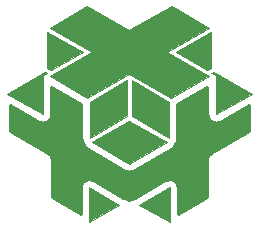
<source format=gbl>
G04 #@! TF.GenerationSoftware,KiCad,Pcbnew,(5.1.5)-3*
G04 #@! TF.CreationDate,2020-04-13T21:35:05+08:00*
G04 #@! TF.ProjectId,pcb,7063622e-6b69-4636-9164-5f7063625858,rev?*
G04 #@! TF.SameCoordinates,Original*
G04 #@! TF.FileFunction,Copper,L2,Bot*
G04 #@! TF.FilePolarity,Positive*
%FSLAX46Y46*%
G04 Gerber Fmt 4.6, Leading zero omitted, Abs format (unit mm)*
G04 Created by KiCad (PCBNEW (5.1.5)-3) date 2020-04-13 21:35:05*
%MOMM*%
%LPD*%
G04 APERTURE LIST*
%ADD10C,0.100000*%
%ADD11C,0.254000*%
G04 APERTURE END LIST*
D10*
G36*
X188110000Y-100320000D02*
G01*
X191290000Y-102170000D01*
X191290000Y-99120000D01*
X188110000Y-97270000D01*
X188110000Y-100320000D01*
G37*
X188110000Y-100320000D02*
X191290000Y-102170000D01*
X191290000Y-99120000D01*
X188110000Y-97270000D01*
X188110000Y-100320000D01*
G36*
X187730000Y-100320000D02*
G01*
X184550000Y-102170000D01*
X184550000Y-99120000D01*
X187730000Y-97270000D01*
X187730000Y-100320000D01*
G37*
X187730000Y-100320000D02*
X184550000Y-102170000D01*
X184550000Y-99120000D01*
X187730000Y-97270000D01*
X187730000Y-100320000D01*
G36*
X184740000Y-102510000D02*
G01*
X187920000Y-104310000D01*
X191100000Y-102510000D01*
X187920000Y-100700000D01*
X184740000Y-102510000D01*
G37*
X184740000Y-102510000D02*
X187920000Y-104310000D01*
X191100000Y-102510000D01*
X187920000Y-100700000D01*
X184740000Y-102510000D01*
G36*
X188770000Y-107790000D02*
G01*
X191320000Y-109260000D01*
X191320000Y-106320000D01*
X188770000Y-107790000D01*
G37*
X188770000Y-107790000D02*
X191320000Y-109260000D01*
X191320000Y-106320000D01*
X188770000Y-107790000D01*
G36*
X177540000Y-98390000D02*
G01*
X180610000Y-100160000D01*
X180610000Y-96830000D01*
X180960000Y-96630000D01*
X180770000Y-96530000D01*
X177540000Y-98390000D01*
G37*
X177540000Y-98390000D02*
X180610000Y-100160000D01*
X180610000Y-96830000D01*
X180960000Y-96630000D01*
X180770000Y-96530000D01*
X177540000Y-98390000D01*
G36*
X187060000Y-107790000D02*
G01*
X184510000Y-109260000D01*
X184510000Y-106320000D01*
X187060000Y-107790000D01*
G37*
X187060000Y-107790000D02*
X184510000Y-109260000D01*
X184510000Y-106320000D01*
X187060000Y-107790000D01*
G36*
X198290000Y-98390000D02*
G01*
X195220000Y-100160000D01*
X195220000Y-96830000D01*
X194870000Y-96630000D01*
X195060000Y-96530000D01*
X198290000Y-98390000D01*
G37*
X198290000Y-98390000D02*
X195220000Y-100160000D01*
X195220000Y-96830000D01*
X194870000Y-96630000D01*
X195060000Y-96530000D01*
X198290000Y-98390000D01*
G36*
X191860000Y-94870000D02*
G01*
X194520000Y-96400000D01*
X194870000Y-96220000D01*
X194870000Y-93140000D01*
X191860000Y-94870000D01*
G37*
X191860000Y-94870000D02*
X194520000Y-96400000D01*
X194870000Y-96220000D01*
X194870000Y-93140000D01*
X191860000Y-94870000D01*
G36*
X183980000Y-94870000D02*
G01*
X181320000Y-96400000D01*
X180970000Y-96220000D01*
X180970000Y-93140000D01*
X183980000Y-94870000D01*
G37*
X183980000Y-94870000D02*
X181320000Y-96400000D01*
X180970000Y-96220000D01*
X180970000Y-93140000D01*
X183980000Y-94870000D01*
G36*
X187920000Y-93040000D02*
G01*
X184350000Y-90970000D01*
X181170000Y-92810000D01*
X184750000Y-94870000D01*
X181170000Y-96930000D01*
X184350000Y-98760000D01*
X187920000Y-96690000D01*
X191480000Y-98760000D01*
X194670000Y-96930000D01*
X191110000Y-94870000D01*
X194680000Y-92810000D01*
X191490000Y-90970000D01*
X187920000Y-93040000D01*
G37*
X187920000Y-93040000D02*
X184350000Y-90970000D01*
X181170000Y-92810000D01*
X184750000Y-94870000D01*
X181170000Y-96930000D01*
X184350000Y-98760000D01*
X187920000Y-96690000D01*
X191480000Y-98760000D01*
X194670000Y-96930000D01*
X191110000Y-94870000D01*
X194680000Y-92810000D01*
X191490000Y-90970000D01*
X187920000Y-93040000D01*
D11*
G36*
X183865000Y-99271224D02*
G01*
X183865000Y-102170000D01*
X183869310Y-102213953D01*
X183870689Y-102258097D01*
X183875819Y-102280335D01*
X183878046Y-102303051D01*
X183890812Y-102345335D01*
X183900738Y-102388365D01*
X183910089Y-102409182D01*
X183916686Y-102431033D01*
X183937422Y-102470033D01*
X183955517Y-102510315D01*
X183968733Y-102528920D01*
X183979449Y-102549073D01*
X184007361Y-102583296D01*
X184032939Y-102619303D01*
X184049521Y-102634990D01*
X184063944Y-102652674D01*
X184073892Y-102660904D01*
X184077997Y-102686003D01*
X184084623Y-102703735D01*
X184088703Y-102722220D01*
X184107974Y-102766229D01*
X184124791Y-102811235D01*
X184134737Y-102827346D01*
X184142328Y-102844682D01*
X184169774Y-102884103D01*
X184195017Y-102924993D01*
X184207900Y-102938862D01*
X184218716Y-102954397D01*
X184253307Y-102987745D01*
X184286002Y-103022943D01*
X184301332Y-103034045D01*
X184314962Y-103047185D01*
X184355375Y-103073182D01*
X184394280Y-103101356D01*
X184402570Y-103106126D01*
X187582571Y-104906126D01*
X187594751Y-104911526D01*
X187605947Y-104918766D01*
X187655790Y-104938589D01*
X187704786Y-104960313D01*
X187717781Y-104963244D01*
X187730171Y-104968172D01*
X187782906Y-104977935D01*
X187835197Y-104989730D01*
X187848520Y-104990082D01*
X187861627Y-104992508D01*
X187915235Y-104991842D01*
X187968839Y-104993257D01*
X187981980Y-104991013D01*
X187995305Y-104990848D01*
X188047767Y-104979782D01*
X188100620Y-104970758D01*
X188113072Y-104966006D01*
X188126114Y-104963255D01*
X188175420Y-104942212D01*
X188225523Y-104923092D01*
X188236819Y-104916009D01*
X188249074Y-104910779D01*
X188257430Y-104906126D01*
X191437430Y-103106126D01*
X191476737Y-103078489D01*
X191517497Y-103053066D01*
X191531305Y-103040121D01*
X191546792Y-103029232D01*
X191579975Y-102994493D01*
X191615028Y-102961632D01*
X191626063Y-102946246D01*
X191639135Y-102932561D01*
X191664939Y-102892040D01*
X191692942Y-102852994D01*
X191700776Y-102835762D01*
X191710944Y-102819795D01*
X191728385Y-102775033D01*
X191748271Y-102731293D01*
X191752610Y-102712864D01*
X191759481Y-102695229D01*
X191765283Y-102662619D01*
X191769269Y-102659414D01*
X191783938Y-102641932D01*
X191800738Y-102626478D01*
X191826817Y-102590831D01*
X191855203Y-102557002D01*
X191866198Y-102537002D01*
X191879674Y-102518582D01*
X191898332Y-102478551D01*
X191919608Y-102439850D01*
X191926508Y-102418098D01*
X191936151Y-102397409D01*
X191946680Y-102354509D01*
X191960031Y-102312420D01*
X191962574Y-102289744D01*
X191968016Y-102267572D01*
X191970012Y-102223440D01*
X191974933Y-102179564D01*
X191975000Y-102170000D01*
X191975000Y-99265747D01*
X194535000Y-97797157D01*
X194535000Y-100160000D01*
X194539180Y-100202626D01*
X194540350Y-100245444D01*
X194545688Y-100269007D01*
X194548046Y-100293051D01*
X194560426Y-100334055D01*
X194569890Y-100375828D01*
X194579703Y-100397903D01*
X194586686Y-100421033D01*
X194606798Y-100458858D01*
X194624193Y-100497991D01*
X194638105Y-100517738D01*
X194649449Y-100539073D01*
X194676520Y-100572266D01*
X194701189Y-100607281D01*
X194718677Y-100623955D01*
X194733944Y-100642674D01*
X194766941Y-100669972D01*
X194797947Y-100699534D01*
X194818340Y-100712493D01*
X194836953Y-100727891D01*
X194874626Y-100748261D01*
X194910780Y-100771235D01*
X194933302Y-100779986D01*
X194954552Y-100791476D01*
X194995465Y-100804141D01*
X195035392Y-100819655D01*
X195059182Y-100823865D01*
X195082262Y-100831009D01*
X195124861Y-100835486D01*
X195167036Y-100842949D01*
X195191190Y-100842458D01*
X195215218Y-100844983D01*
X195257874Y-100841101D01*
X195300697Y-100840230D01*
X195324294Y-100835057D01*
X195348356Y-100832867D01*
X195389450Y-100820772D01*
X195431284Y-100811601D01*
X195453427Y-100801943D01*
X195476606Y-100795121D01*
X195514566Y-100775276D01*
X195553824Y-100758153D01*
X195562143Y-100753434D01*
X198052252Y-99317768D01*
X198052253Y-101574095D01*
X194822387Y-103438882D01*
X194774613Y-103464416D01*
X194741064Y-103491948D01*
X194705778Y-103517234D01*
X194690915Y-103533103D01*
X194674114Y-103546891D01*
X194646580Y-103580440D01*
X194616906Y-103612123D01*
X194605427Y-103630584D01*
X194591635Y-103647388D01*
X194571173Y-103685668D01*
X194548253Y-103722527D01*
X194540596Y-103742872D01*
X194530348Y-103762044D01*
X194517746Y-103803585D01*
X194502459Y-103844203D01*
X194498918Y-103865649D01*
X194492607Y-103886453D01*
X194488352Y-103929648D01*
X194481281Y-103972475D01*
X194483054Y-104026628D01*
X194483005Y-107152867D01*
X192005000Y-108583534D01*
X192005000Y-106320000D01*
X192000821Y-106277379D01*
X191999654Y-106234595D01*
X191994314Y-106211019D01*
X191991954Y-106186949D01*
X191979578Y-106145957D01*
X191970122Y-106104209D01*
X191960303Y-106082116D01*
X191953314Y-106058967D01*
X191933214Y-106021164D01*
X191915827Y-105982043D01*
X191901902Y-105962276D01*
X191890551Y-105940927D01*
X191863495Y-105907753D01*
X191838837Y-105872749D01*
X191821336Y-105856061D01*
X191806056Y-105837326D01*
X191773070Y-105810037D01*
X191742084Y-105780491D01*
X191721678Y-105767522D01*
X191703047Y-105752109D01*
X191665386Y-105731746D01*
X191629255Y-105708783D01*
X191606717Y-105700024D01*
X191585448Y-105688524D01*
X191544549Y-105675864D01*
X191504646Y-105660356D01*
X191480839Y-105656142D01*
X191457738Y-105648991D01*
X191415155Y-105644515D01*
X191373002Y-105637054D01*
X191348828Y-105637544D01*
X191324782Y-105635017D01*
X191282149Y-105638897D01*
X191239342Y-105639765D01*
X191215723Y-105644942D01*
X191191644Y-105647133D01*
X191150568Y-105659222D01*
X191108754Y-105668387D01*
X191086595Y-105678051D01*
X191063394Y-105684879D01*
X191025446Y-105704717D01*
X190986211Y-105721828D01*
X190977891Y-105726547D01*
X188427892Y-107196547D01*
X188392519Y-107221837D01*
X188388071Y-107224577D01*
X188377319Y-107226352D01*
X188355586Y-107227064D01*
X188313322Y-107236918D01*
X188270508Y-107243987D01*
X188250161Y-107251645D01*
X188228974Y-107256585D01*
X188189434Y-107274501D01*
X188148832Y-107289782D01*
X188102833Y-107318386D01*
X187920204Y-107423828D01*
X187737465Y-107318331D01*
X187691451Y-107289717D01*
X187650826Y-107274427D01*
X187611284Y-107256512D01*
X187590112Y-107251576D01*
X187569775Y-107243922D01*
X187526951Y-107236852D01*
X187484671Y-107226995D01*
X187462947Y-107226284D01*
X187441503Y-107222744D01*
X187439467Y-107222811D01*
X187410360Y-107201381D01*
X187402108Y-107196546D01*
X184852108Y-105726547D01*
X184813113Y-105708889D01*
X184775448Y-105688524D01*
X184752347Y-105681373D01*
X184730323Y-105671400D01*
X184688639Y-105661652D01*
X184647738Y-105648991D01*
X184623691Y-105646464D01*
X184600148Y-105640958D01*
X184557358Y-105639492D01*
X184514782Y-105635017D01*
X184490705Y-105637208D01*
X184466537Y-105636380D01*
X184424280Y-105643253D01*
X184381644Y-105647133D01*
X184358444Y-105653961D01*
X184334583Y-105657842D01*
X184294470Y-105672790D01*
X184253394Y-105684879D01*
X184231967Y-105696081D01*
X184209309Y-105704524D01*
X184172862Y-105726980D01*
X184134919Y-105746816D01*
X184116070Y-105761971D01*
X184095490Y-105774651D01*
X184064102Y-105803755D01*
X184030731Y-105830586D01*
X184015189Y-105849109D01*
X183997458Y-105865549D01*
X183972317Y-105900201D01*
X183944797Y-105932998D01*
X183933147Y-105954189D01*
X183918950Y-105973757D01*
X183901021Y-106012626D01*
X183880392Y-106050150D01*
X183873080Y-106073200D01*
X183862954Y-106095153D01*
X183852915Y-106136770D01*
X183839969Y-106177580D01*
X183837274Y-106201606D01*
X183831603Y-106225115D01*
X183829838Y-106267900D01*
X183825067Y-106310436D01*
X183825000Y-106320000D01*
X183825000Y-108577527D01*
X181357410Y-107152870D01*
X181357380Y-104026636D01*
X181359154Y-103972474D01*
X181352083Y-103929648D01*
X181347829Y-103886457D01*
X181341517Y-103865651D01*
X181337976Y-103844202D01*
X181322687Y-103803579D01*
X181310088Y-103762048D01*
X181299841Y-103742877D01*
X181292181Y-103722525D01*
X181269259Y-103685662D01*
X181248802Y-103647391D01*
X181235012Y-103630588D01*
X181223529Y-103612122D01*
X181193850Y-103580434D01*
X181166324Y-103546894D01*
X181149525Y-103533108D01*
X181134657Y-103517233D01*
X181099363Y-103491941D01*
X181065825Y-103464418D01*
X181018066Y-103438891D01*
X177788183Y-101574096D01*
X177788183Y-99323785D01*
X180267858Y-100753434D01*
X180306877Y-100771105D01*
X180344552Y-100791476D01*
X180367630Y-100798620D01*
X180389640Y-100808588D01*
X180431348Y-100818344D01*
X180472262Y-100831009D01*
X180496289Y-100833534D01*
X180519814Y-100839037D01*
X180562621Y-100840506D01*
X180605218Y-100844983D01*
X180629278Y-100842793D01*
X180653424Y-100843622D01*
X180695696Y-100836749D01*
X180738356Y-100832867D01*
X180761538Y-100826044D01*
X180785379Y-100822168D01*
X180825510Y-100807216D01*
X180866606Y-100795121D01*
X180888017Y-100783928D01*
X180910656Y-100775493D01*
X180947121Y-100753029D01*
X180985081Y-100733184D01*
X181003913Y-100718043D01*
X181024479Y-100705373D01*
X181055887Y-100676254D01*
X181089269Y-100649414D01*
X181104796Y-100630909D01*
X181122516Y-100614481D01*
X181147675Y-100579808D01*
X181175203Y-100547002D01*
X181186841Y-100525833D01*
X181201031Y-100506277D01*
X181218975Y-100467381D01*
X181239608Y-100429850D01*
X181246912Y-100406824D01*
X181257034Y-100384884D01*
X181267083Y-100343238D01*
X181280031Y-100302420D01*
X181282723Y-100278419D01*
X181288392Y-100254925D01*
X181290161Y-100212111D01*
X181294933Y-100169564D01*
X181295000Y-100160000D01*
X181295000Y-97792261D01*
X183865000Y-99271224D01*
G37*
X183865000Y-99271224D02*
X183865000Y-102170000D01*
X183869310Y-102213953D01*
X183870689Y-102258097D01*
X183875819Y-102280335D01*
X183878046Y-102303051D01*
X183890812Y-102345335D01*
X183900738Y-102388365D01*
X183910089Y-102409182D01*
X183916686Y-102431033D01*
X183937422Y-102470033D01*
X183955517Y-102510315D01*
X183968733Y-102528920D01*
X183979449Y-102549073D01*
X184007361Y-102583296D01*
X184032939Y-102619303D01*
X184049521Y-102634990D01*
X184063944Y-102652674D01*
X184073892Y-102660904D01*
X184077997Y-102686003D01*
X184084623Y-102703735D01*
X184088703Y-102722220D01*
X184107974Y-102766229D01*
X184124791Y-102811235D01*
X184134737Y-102827346D01*
X184142328Y-102844682D01*
X184169774Y-102884103D01*
X184195017Y-102924993D01*
X184207900Y-102938862D01*
X184218716Y-102954397D01*
X184253307Y-102987745D01*
X184286002Y-103022943D01*
X184301332Y-103034045D01*
X184314962Y-103047185D01*
X184355375Y-103073182D01*
X184394280Y-103101356D01*
X184402570Y-103106126D01*
X187582571Y-104906126D01*
X187594751Y-104911526D01*
X187605947Y-104918766D01*
X187655790Y-104938589D01*
X187704786Y-104960313D01*
X187717781Y-104963244D01*
X187730171Y-104968172D01*
X187782906Y-104977935D01*
X187835197Y-104989730D01*
X187848520Y-104990082D01*
X187861627Y-104992508D01*
X187915235Y-104991842D01*
X187968839Y-104993257D01*
X187981980Y-104991013D01*
X187995305Y-104990848D01*
X188047767Y-104979782D01*
X188100620Y-104970758D01*
X188113072Y-104966006D01*
X188126114Y-104963255D01*
X188175420Y-104942212D01*
X188225523Y-104923092D01*
X188236819Y-104916009D01*
X188249074Y-104910779D01*
X188257430Y-104906126D01*
X191437430Y-103106126D01*
X191476737Y-103078489D01*
X191517497Y-103053066D01*
X191531305Y-103040121D01*
X191546792Y-103029232D01*
X191579975Y-102994493D01*
X191615028Y-102961632D01*
X191626063Y-102946246D01*
X191639135Y-102932561D01*
X191664939Y-102892040D01*
X191692942Y-102852994D01*
X191700776Y-102835762D01*
X191710944Y-102819795D01*
X191728385Y-102775033D01*
X191748271Y-102731293D01*
X191752610Y-102712864D01*
X191759481Y-102695229D01*
X191765283Y-102662619D01*
X191769269Y-102659414D01*
X191783938Y-102641932D01*
X191800738Y-102626478D01*
X191826817Y-102590831D01*
X191855203Y-102557002D01*
X191866198Y-102537002D01*
X191879674Y-102518582D01*
X191898332Y-102478551D01*
X191919608Y-102439850D01*
X191926508Y-102418098D01*
X191936151Y-102397409D01*
X191946680Y-102354509D01*
X191960031Y-102312420D01*
X191962574Y-102289744D01*
X191968016Y-102267572D01*
X191970012Y-102223440D01*
X191974933Y-102179564D01*
X191975000Y-102170000D01*
X191975000Y-99265747D01*
X194535000Y-97797157D01*
X194535000Y-100160000D01*
X194539180Y-100202626D01*
X194540350Y-100245444D01*
X194545688Y-100269007D01*
X194548046Y-100293051D01*
X194560426Y-100334055D01*
X194569890Y-100375828D01*
X194579703Y-100397903D01*
X194586686Y-100421033D01*
X194606798Y-100458858D01*
X194624193Y-100497991D01*
X194638105Y-100517738D01*
X194649449Y-100539073D01*
X194676520Y-100572266D01*
X194701189Y-100607281D01*
X194718677Y-100623955D01*
X194733944Y-100642674D01*
X194766941Y-100669972D01*
X194797947Y-100699534D01*
X194818340Y-100712493D01*
X194836953Y-100727891D01*
X194874626Y-100748261D01*
X194910780Y-100771235D01*
X194933302Y-100779986D01*
X194954552Y-100791476D01*
X194995465Y-100804141D01*
X195035392Y-100819655D01*
X195059182Y-100823865D01*
X195082262Y-100831009D01*
X195124861Y-100835486D01*
X195167036Y-100842949D01*
X195191190Y-100842458D01*
X195215218Y-100844983D01*
X195257874Y-100841101D01*
X195300697Y-100840230D01*
X195324294Y-100835057D01*
X195348356Y-100832867D01*
X195389450Y-100820772D01*
X195431284Y-100811601D01*
X195453427Y-100801943D01*
X195476606Y-100795121D01*
X195514566Y-100775276D01*
X195553824Y-100758153D01*
X195562143Y-100753434D01*
X198052252Y-99317768D01*
X198052253Y-101574095D01*
X194822387Y-103438882D01*
X194774613Y-103464416D01*
X194741064Y-103491948D01*
X194705778Y-103517234D01*
X194690915Y-103533103D01*
X194674114Y-103546891D01*
X194646580Y-103580440D01*
X194616906Y-103612123D01*
X194605427Y-103630584D01*
X194591635Y-103647388D01*
X194571173Y-103685668D01*
X194548253Y-103722527D01*
X194540596Y-103742872D01*
X194530348Y-103762044D01*
X194517746Y-103803585D01*
X194502459Y-103844203D01*
X194498918Y-103865649D01*
X194492607Y-103886453D01*
X194488352Y-103929648D01*
X194481281Y-103972475D01*
X194483054Y-104026628D01*
X194483005Y-107152867D01*
X192005000Y-108583534D01*
X192005000Y-106320000D01*
X192000821Y-106277379D01*
X191999654Y-106234595D01*
X191994314Y-106211019D01*
X191991954Y-106186949D01*
X191979578Y-106145957D01*
X191970122Y-106104209D01*
X191960303Y-106082116D01*
X191953314Y-106058967D01*
X191933214Y-106021164D01*
X191915827Y-105982043D01*
X191901902Y-105962276D01*
X191890551Y-105940927D01*
X191863495Y-105907753D01*
X191838837Y-105872749D01*
X191821336Y-105856061D01*
X191806056Y-105837326D01*
X191773070Y-105810037D01*
X191742084Y-105780491D01*
X191721678Y-105767522D01*
X191703047Y-105752109D01*
X191665386Y-105731746D01*
X191629255Y-105708783D01*
X191606717Y-105700024D01*
X191585448Y-105688524D01*
X191544549Y-105675864D01*
X191504646Y-105660356D01*
X191480839Y-105656142D01*
X191457738Y-105648991D01*
X191415155Y-105644515D01*
X191373002Y-105637054D01*
X191348828Y-105637544D01*
X191324782Y-105635017D01*
X191282149Y-105638897D01*
X191239342Y-105639765D01*
X191215723Y-105644942D01*
X191191644Y-105647133D01*
X191150568Y-105659222D01*
X191108754Y-105668387D01*
X191086595Y-105678051D01*
X191063394Y-105684879D01*
X191025446Y-105704717D01*
X190986211Y-105721828D01*
X190977891Y-105726547D01*
X188427892Y-107196547D01*
X188392519Y-107221837D01*
X188388071Y-107224577D01*
X188377319Y-107226352D01*
X188355586Y-107227064D01*
X188313322Y-107236918D01*
X188270508Y-107243987D01*
X188250161Y-107251645D01*
X188228974Y-107256585D01*
X188189434Y-107274501D01*
X188148832Y-107289782D01*
X188102833Y-107318386D01*
X187920204Y-107423828D01*
X187737465Y-107318331D01*
X187691451Y-107289717D01*
X187650826Y-107274427D01*
X187611284Y-107256512D01*
X187590112Y-107251576D01*
X187569775Y-107243922D01*
X187526951Y-107236852D01*
X187484671Y-107226995D01*
X187462947Y-107226284D01*
X187441503Y-107222744D01*
X187439467Y-107222811D01*
X187410360Y-107201381D01*
X187402108Y-107196546D01*
X184852108Y-105726547D01*
X184813113Y-105708889D01*
X184775448Y-105688524D01*
X184752347Y-105681373D01*
X184730323Y-105671400D01*
X184688639Y-105661652D01*
X184647738Y-105648991D01*
X184623691Y-105646464D01*
X184600148Y-105640958D01*
X184557358Y-105639492D01*
X184514782Y-105635017D01*
X184490705Y-105637208D01*
X184466537Y-105636380D01*
X184424280Y-105643253D01*
X184381644Y-105647133D01*
X184358444Y-105653961D01*
X184334583Y-105657842D01*
X184294470Y-105672790D01*
X184253394Y-105684879D01*
X184231967Y-105696081D01*
X184209309Y-105704524D01*
X184172862Y-105726980D01*
X184134919Y-105746816D01*
X184116070Y-105761971D01*
X184095490Y-105774651D01*
X184064102Y-105803755D01*
X184030731Y-105830586D01*
X184015189Y-105849109D01*
X183997458Y-105865549D01*
X183972317Y-105900201D01*
X183944797Y-105932998D01*
X183933147Y-105954189D01*
X183918950Y-105973757D01*
X183901021Y-106012626D01*
X183880392Y-106050150D01*
X183873080Y-106073200D01*
X183862954Y-106095153D01*
X183852915Y-106136770D01*
X183839969Y-106177580D01*
X183837274Y-106201606D01*
X183831603Y-106225115D01*
X183829838Y-106267900D01*
X183825067Y-106310436D01*
X183825000Y-106320000D01*
X183825000Y-108577527D01*
X181357410Y-107152870D01*
X181357380Y-104026636D01*
X181359154Y-103972474D01*
X181352083Y-103929648D01*
X181347829Y-103886457D01*
X181341517Y-103865651D01*
X181337976Y-103844202D01*
X181322687Y-103803579D01*
X181310088Y-103762048D01*
X181299841Y-103742877D01*
X181292181Y-103722525D01*
X181269259Y-103685662D01*
X181248802Y-103647391D01*
X181235012Y-103630588D01*
X181223529Y-103612122D01*
X181193850Y-103580434D01*
X181166324Y-103546894D01*
X181149525Y-103533108D01*
X181134657Y-103517233D01*
X181099363Y-103491941D01*
X181065825Y-103464418D01*
X181018066Y-103438891D01*
X177788183Y-101574096D01*
X177788183Y-99323785D01*
X180267858Y-100753434D01*
X180306877Y-100771105D01*
X180344552Y-100791476D01*
X180367630Y-100798620D01*
X180389640Y-100808588D01*
X180431348Y-100818344D01*
X180472262Y-100831009D01*
X180496289Y-100833534D01*
X180519814Y-100839037D01*
X180562621Y-100840506D01*
X180605218Y-100844983D01*
X180629278Y-100842793D01*
X180653424Y-100843622D01*
X180695696Y-100836749D01*
X180738356Y-100832867D01*
X180761538Y-100826044D01*
X180785379Y-100822168D01*
X180825510Y-100807216D01*
X180866606Y-100795121D01*
X180888017Y-100783928D01*
X180910656Y-100775493D01*
X180947121Y-100753029D01*
X180985081Y-100733184D01*
X181003913Y-100718043D01*
X181024479Y-100705373D01*
X181055887Y-100676254D01*
X181089269Y-100649414D01*
X181104796Y-100630909D01*
X181122516Y-100614481D01*
X181147675Y-100579808D01*
X181175203Y-100547002D01*
X181186841Y-100525833D01*
X181201031Y-100506277D01*
X181218975Y-100467381D01*
X181239608Y-100429850D01*
X181246912Y-100406824D01*
X181257034Y-100384884D01*
X181267083Y-100343238D01*
X181280031Y-100302420D01*
X181282723Y-100278419D01*
X181288392Y-100254925D01*
X181290161Y-100212111D01*
X181294933Y-100169564D01*
X181295000Y-100160000D01*
X181295000Y-97792261D01*
X183865000Y-99271224D01*
M02*

</source>
